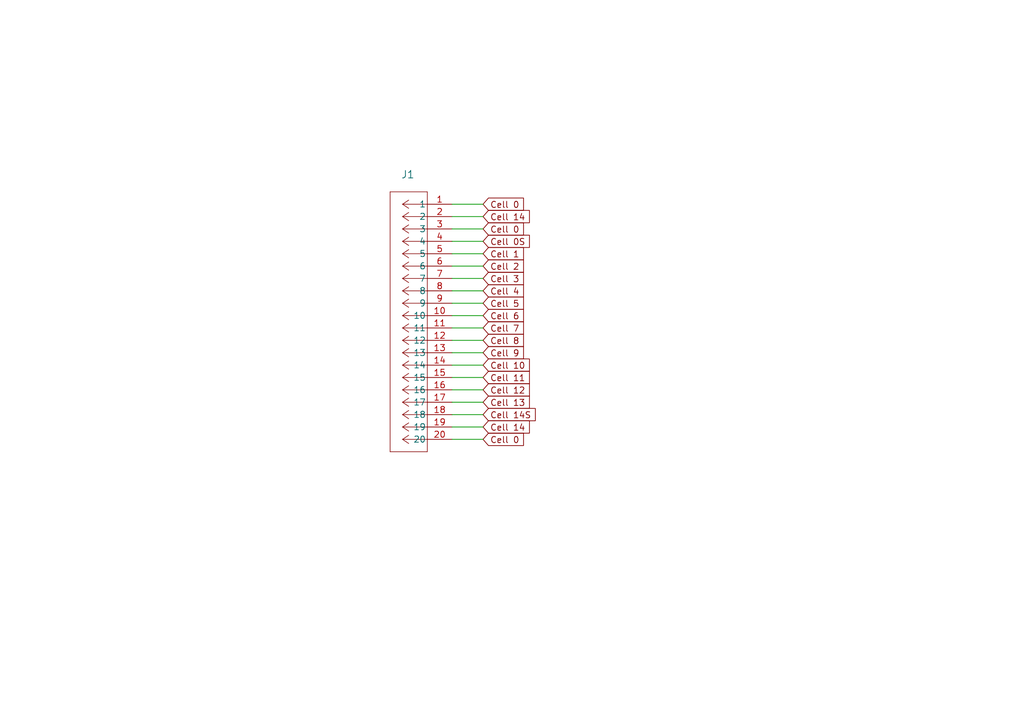
<source format=kicad_sch>
(kicad_sch
	(version 20231120)
	(generator "eeschema")
	(generator_version "8.0")
	(uuid "edaaaeb0-278d-478e-af1c-14f3f83a1019")
	(paper "A5")
	(lib_symbols
		(symbol "2024-10-07_23-48-39:705550019"
			(pin_names
				(offset 0.254)
			)
			(exclude_from_sim no)
			(in_bom yes)
			(on_board yes)
			(property "Reference" "J"
				(at 8.89 6.35 0)
				(effects
					(font
						(size 1.524 1.524)
					)
				)
			)
			(property "Value" "705550019"
				(at 0 0 0)
				(effects
					(font
						(size 1.524 1.524)
					)
				)
			)
			(property "Footprint" "CONN_705550019_MOL"
				(at 0 0 0)
				(effects
					(font
						(size 1.27 1.27)
						(italic yes)
					)
					(hide yes)
				)
			)
			(property "Datasheet" "705550019"
				(at 0 0 0)
				(effects
					(font
						(size 1.27 1.27)
						(italic yes)
					)
					(hide yes)
				)
			)
			(property "Description" ""
				(at 0 0 0)
				(effects
					(font
						(size 1.27 1.27)
					)
					(hide yes)
				)
			)
			(property "ki_locked" ""
				(at 0 0 0)
				(effects
					(font
						(size 1.27 1.27)
					)
				)
			)
			(property "ki_keywords" "705550019"
				(at 0 0 0)
				(effects
					(font
						(size 1.27 1.27)
					)
					(hide yes)
				)
			)
			(property "ki_fp_filters" "CONN_705550019_MOL"
				(at 0 0 0)
				(effects
					(font
						(size 1.27 1.27)
					)
					(hide yes)
				)
			)
			(symbol "705550019_1_1"
				(polyline
					(pts
						(xy 5.08 -50.8) (xy 12.7 -50.8)
					)
					(stroke
						(width 0.127)
						(type default)
					)
					(fill
						(type none)
					)
				)
				(polyline
					(pts
						(xy 5.08 2.54) (xy 5.08 -50.8)
					)
					(stroke
						(width 0.127)
						(type default)
					)
					(fill
						(type none)
					)
				)
				(polyline
					(pts
						(xy 10.16 -48.26) (xy 5.08 -48.26)
					)
					(stroke
						(width 0.127)
						(type default)
					)
					(fill
						(type none)
					)
				)
				(polyline
					(pts
						(xy 10.16 -48.26) (xy 8.89 -49.1067)
					)
					(stroke
						(width 0.127)
						(type default)
					)
					(fill
						(type none)
					)
				)
				(polyline
					(pts
						(xy 10.16 -48.26) (xy 8.89 -47.4133)
					)
					(stroke
						(width 0.127)
						(type default)
					)
					(fill
						(type none)
					)
				)
				(polyline
					(pts
						(xy 10.16 -45.72) (xy 5.08 -45.72)
					)
					(stroke
						(width 0.127)
						(type default)
					)
					(fill
						(type none)
					)
				)
				(polyline
					(pts
						(xy 10.16 -45.72) (xy 8.89 -46.5667)
					)
					(stroke
						(width 0.127)
						(type default)
					)
					(fill
						(type none)
					)
				)
				(polyline
					(pts
						(xy 10.16 -45.72) (xy 8.89 -44.8733)
					)
					(stroke
						(width 0.127)
						(type default)
					)
					(fill
						(type none)
					)
				)
				(polyline
					(pts
						(xy 10.16 -43.18) (xy 5.08 -43.18)
					)
					(stroke
						(width 0.127)
						(type default)
					)
					(fill
						(type none)
					)
				)
				(polyline
					(pts
						(xy 10.16 -43.18) (xy 8.89 -44.0267)
					)
					(stroke
						(width 0.127)
						(type default)
					)
					(fill
						(type none)
					)
				)
				(polyline
					(pts
						(xy 10.16 -43.18) (xy 8.89 -42.3333)
					)
					(stroke
						(width 0.127)
						(type default)
					)
					(fill
						(type none)
					)
				)
				(polyline
					(pts
						(xy 10.16 -40.64) (xy 5.08 -40.64)
					)
					(stroke
						(width 0.127)
						(type default)
					)
					(fill
						(type none)
					)
				)
				(polyline
					(pts
						(xy 10.16 -40.64) (xy 8.89 -41.4867)
					)
					(stroke
						(width 0.127)
						(type default)
					)
					(fill
						(type none)
					)
				)
				(polyline
					(pts
						(xy 10.16 -40.64) (xy 8.89 -39.7933)
					)
					(stroke
						(width 0.127)
						(type default)
					)
					(fill
						(type none)
					)
				)
				(polyline
					(pts
						(xy 10.16 -38.1) (xy 5.08 -38.1)
					)
					(stroke
						(width 0.127)
						(type default)
					)
					(fill
						(type none)
					)
				)
				(polyline
					(pts
						(xy 10.16 -38.1) (xy 8.89 -38.9467)
					)
					(stroke
						(width 0.127)
						(type default)
					)
					(fill
						(type none)
					)
				)
				(polyline
					(pts
						(xy 10.16 -38.1) (xy 8.89 -37.2533)
					)
					(stroke
						(width 0.127)
						(type default)
					)
					(fill
						(type none)
					)
				)
				(polyline
					(pts
						(xy 10.16 -35.56) (xy 5.08 -35.56)
					)
					(stroke
						(width 0.127)
						(type default)
					)
					(fill
						(type none)
					)
				)
				(polyline
					(pts
						(xy 10.16 -35.56) (xy 8.89 -36.4067)
					)
					(stroke
						(width 0.127)
						(type default)
					)
					(fill
						(type none)
					)
				)
				(polyline
					(pts
						(xy 10.16 -35.56) (xy 8.89 -34.7133)
					)
					(stroke
						(width 0.127)
						(type default)
					)
					(fill
						(type none)
					)
				)
				(polyline
					(pts
						(xy 10.16 -33.02) (xy 5.08 -33.02)
					)
					(stroke
						(width 0.127)
						(type default)
					)
					(fill
						(type none)
					)
				)
				(polyline
					(pts
						(xy 10.16 -33.02) (xy 8.89 -33.8667)
					)
					(stroke
						(width 0.127)
						(type default)
					)
					(fill
						(type none)
					)
				)
				(polyline
					(pts
						(xy 10.16 -33.02) (xy 8.89 -32.1733)
					)
					(stroke
						(width 0.127)
						(type default)
					)
					(fill
						(type none)
					)
				)
				(polyline
					(pts
						(xy 10.16 -30.48) (xy 5.08 -30.48)
					)
					(stroke
						(width 0.127)
						(type default)
					)
					(fill
						(type none)
					)
				)
				(polyline
					(pts
						(xy 10.16 -30.48) (xy 8.89 -31.3267)
					)
					(stroke
						(width 0.127)
						(type default)
					)
					(fill
						(type none)
					)
				)
				(polyline
					(pts
						(xy 10.16 -30.48) (xy 8.89 -29.6333)
					)
					(stroke
						(width 0.127)
						(type default)
					)
					(fill
						(type none)
					)
				)
				(polyline
					(pts
						(xy 10.16 -27.94) (xy 5.08 -27.94)
					)
					(stroke
						(width 0.127)
						(type default)
					)
					(fill
						(type none)
					)
				)
				(polyline
					(pts
						(xy 10.16 -27.94) (xy 8.89 -28.7867)
					)
					(stroke
						(width 0.127)
						(type default)
					)
					(fill
						(type none)
					)
				)
				(polyline
					(pts
						(xy 10.16 -27.94) (xy 8.89 -27.0933)
					)
					(stroke
						(width 0.127)
						(type default)
					)
					(fill
						(type none)
					)
				)
				(polyline
					(pts
						(xy 10.16 -25.4) (xy 5.08 -25.4)
					)
					(stroke
						(width 0.127)
						(type default)
					)
					(fill
						(type none)
					)
				)
				(polyline
					(pts
						(xy 10.16 -25.4) (xy 8.89 -26.2467)
					)
					(stroke
						(width 0.127)
						(type default)
					)
					(fill
						(type none)
					)
				)
				(polyline
					(pts
						(xy 10.16 -25.4) (xy 8.89 -24.5533)
					)
					(stroke
						(width 0.127)
						(type default)
					)
					(fill
						(type none)
					)
				)
				(polyline
					(pts
						(xy 10.16 -22.86) (xy 5.08 -22.86)
					)
					(stroke
						(width 0.127)
						(type default)
					)
					(fill
						(type none)
					)
				)
				(polyline
					(pts
						(xy 10.16 -22.86) (xy 8.89 -23.7067)
					)
					(stroke
						(width 0.127)
						(type default)
					)
					(fill
						(type none)
					)
				)
				(polyline
					(pts
						(xy 10.16 -22.86) (xy 8.89 -22.0133)
					)
					(stroke
						(width 0.127)
						(type default)
					)
					(fill
						(type none)
					)
				)
				(polyline
					(pts
						(xy 10.16 -20.32) (xy 5.08 -20.32)
					)
					(stroke
						(width 0.127)
						(type default)
					)
					(fill
						(type none)
					)
				)
				(polyline
					(pts
						(xy 10.16 -20.32) (xy 8.89 -21.1667)
					)
					(stroke
						(width 0.127)
						(type default)
					)
					(fill
						(type none)
					)
				)
				(polyline
					(pts
						(xy 10.16 -20.32) (xy 8.89 -19.4733)
					)
					(stroke
						(width 0.127)
						(type default)
					)
					(fill
						(type none)
					)
				)
				(polyline
					(pts
						(xy 10.16 -17.78) (xy 5.08 -17.78)
					)
					(stroke
						(width 0.127)
						(type default)
					)
					(fill
						(type none)
					)
				)
				(polyline
					(pts
						(xy 10.16 -17.78) (xy 8.89 -18.6267)
					)
					(stroke
						(width 0.127)
						(type default)
					)
					(fill
						(type none)
					)
				)
				(polyline
					(pts
						(xy 10.16 -17.78) (xy 8.89 -16.9333)
					)
					(stroke
						(width 0.127)
						(type default)
					)
					(fill
						(type none)
					)
				)
				(polyline
					(pts
						(xy 10.16 -15.24) (xy 5.08 -15.24)
					)
					(stroke
						(width 0.127)
						(type default)
					)
					(fill
						(type none)
					)
				)
				(polyline
					(pts
						(xy 10.16 -15.24) (xy 8.89 -16.0867)
					)
					(stroke
						(width 0.127)
						(type default)
					)
					(fill
						(type none)
					)
				)
				(polyline
					(pts
						(xy 10.16 -15.24) (xy 8.89 -14.3933)
					)
					(stroke
						(width 0.127)
						(type default)
					)
					(fill
						(type none)
					)
				)
				(polyline
					(pts
						(xy 10.16 -12.7) (xy 5.08 -12.7)
					)
					(stroke
						(width 0.127)
						(type default)
					)
					(fill
						(type none)
					)
				)
				(polyline
					(pts
						(xy 10.16 -12.7) (xy 8.89 -13.5467)
					)
					(stroke
						(width 0.127)
						(type default)
					)
					(fill
						(type none)
					)
				)
				(polyline
					(pts
						(xy 10.16 -12.7) (xy 8.89 -11.8533)
					)
					(stroke
						(width 0.127)
						(type default)
					)
					(fill
						(type none)
					)
				)
				(polyline
					(pts
						(xy 10.16 -10.16) (xy 5.08 -10.16)
					)
					(stroke
						(width 0.127)
						(type default)
					)
					(fill
						(type none)
					)
				)
				(polyline
					(pts
						(xy 10.16 -10.16) (xy 8.89 -11.0067)
					)
					(stroke
						(width 0.127)
						(type default)
					)
					(fill
						(type none)
					)
				)
				(polyline
					(pts
						(xy 10.16 -10.16) (xy 8.89 -9.3133)
					)
					(stroke
						(width 0.127)
						(type default)
					)
					(fill
						(type none)
					)
				)
				(polyline
					(pts
						(xy 10.16 -7.62) (xy 5.08 -7.62)
					)
					(stroke
						(width 0.127)
						(type default)
					)
					(fill
						(type none)
					)
				)
				(polyline
					(pts
						(xy 10.16 -7.62) (xy 8.89 -8.4667)
					)
					(stroke
						(width 0.127)
						(type default)
					)
					(fill
						(type none)
					)
				)
				(polyline
					(pts
						(xy 10.16 -7.62) (xy 8.89 -6.7733)
					)
					(stroke
						(width 0.127)
						(type default)
					)
					(fill
						(type none)
					)
				)
				(polyline
					(pts
						(xy 10.16 -5.08) (xy 5.08 -5.08)
					)
					(stroke
						(width 0.127)
						(type default)
					)
					(fill
						(type none)
					)
				)
				(polyline
					(pts
						(xy 10.16 -5.08) (xy 8.89 -5.9267)
					)
					(stroke
						(width 0.127)
						(type default)
					)
					(fill
						(type none)
					)
				)
				(polyline
					(pts
						(xy 10.16 -5.08) (xy 8.89 -4.2333)
					)
					(stroke
						(width 0.127)
						(type default)
					)
					(fill
						(type none)
					)
				)
				(polyline
					(pts
						(xy 10.16 -2.54) (xy 5.08 -2.54)
					)
					(stroke
						(width 0.127)
						(type default)
					)
					(fill
						(type none)
					)
				)
				(polyline
					(pts
						(xy 10.16 -2.54) (xy 8.89 -3.3867)
					)
					(stroke
						(width 0.127)
						(type default)
					)
					(fill
						(type none)
					)
				)
				(polyline
					(pts
						(xy 10.16 -2.54) (xy 8.89 -1.6933)
					)
					(stroke
						(width 0.127)
						(type default)
					)
					(fill
						(type none)
					)
				)
				(polyline
					(pts
						(xy 10.16 0) (xy 5.08 0)
					)
					(stroke
						(width 0.127)
						(type default)
					)
					(fill
						(type none)
					)
				)
				(polyline
					(pts
						(xy 10.16 0) (xy 8.89 -0.8467)
					)
					(stroke
						(width 0.127)
						(type default)
					)
					(fill
						(type none)
					)
				)
				(polyline
					(pts
						(xy 10.16 0) (xy 8.89 0.8467)
					)
					(stroke
						(width 0.127)
						(type default)
					)
					(fill
						(type none)
					)
				)
				(polyline
					(pts
						(xy 12.7 -50.8) (xy 12.7 2.54)
					)
					(stroke
						(width 0.127)
						(type default)
					)
					(fill
						(type none)
					)
				)
				(polyline
					(pts
						(xy 12.7 2.54) (xy 5.08 2.54)
					)
					(stroke
						(width 0.127)
						(type default)
					)
					(fill
						(type none)
					)
				)
				(pin unspecified line
					(at 0 0 0)
					(length 5.08)
					(name "1"
						(effects
							(font
								(size 1.27 1.27)
							)
						)
					)
					(number "1"
						(effects
							(font
								(size 1.27 1.27)
							)
						)
					)
				)
				(pin unspecified line
					(at 0 -22.86 0)
					(length 5.08)
					(name "10"
						(effects
							(font
								(size 1.27 1.27)
							)
						)
					)
					(number "10"
						(effects
							(font
								(size 1.27 1.27)
							)
						)
					)
				)
				(pin unspecified line
					(at 0 -25.4 0)
					(length 5.08)
					(name "11"
						(effects
							(font
								(size 1.27 1.27)
							)
						)
					)
					(number "11"
						(effects
							(font
								(size 1.27 1.27)
							)
						)
					)
				)
				(pin unspecified line
					(at 0 -27.94 0)
					(length 5.08)
					(name "12"
						(effects
							(font
								(size 1.27 1.27)
							)
						)
					)
					(number "12"
						(effects
							(font
								(size 1.27 1.27)
							)
						)
					)
				)
				(pin unspecified line
					(at 0 -30.48 0)
					(length 5.08)
					(name "13"
						(effects
							(font
								(size 1.27 1.27)
							)
						)
					)
					(number "13"
						(effects
							(font
								(size 1.27 1.27)
							)
						)
					)
				)
				(pin unspecified line
					(at 0 -33.02 0)
					(length 5.08)
					(name "14"
						(effects
							(font
								(size 1.27 1.27)
							)
						)
					)
					(number "14"
						(effects
							(font
								(size 1.27 1.27)
							)
						)
					)
				)
				(pin unspecified line
					(at 0 -35.56 0)
					(length 5.08)
					(name "15"
						(effects
							(font
								(size 1.27 1.27)
							)
						)
					)
					(number "15"
						(effects
							(font
								(size 1.27 1.27)
							)
						)
					)
				)
				(pin unspecified line
					(at 0 -38.1 0)
					(length 5.08)
					(name "16"
						(effects
							(font
								(size 1.27 1.27)
							)
						)
					)
					(number "16"
						(effects
							(font
								(size 1.27 1.27)
							)
						)
					)
				)
				(pin unspecified line
					(at 0 -40.64 0)
					(length 5.08)
					(name "17"
						(effects
							(font
								(size 1.27 1.27)
							)
						)
					)
					(number "17"
						(effects
							(font
								(size 1.27 1.27)
							)
						)
					)
				)
				(pin unspecified line
					(at 0 -43.18 0)
					(length 5.08)
					(name "18"
						(effects
							(font
								(size 1.27 1.27)
							)
						)
					)
					(number "18"
						(effects
							(font
								(size 1.27 1.27)
							)
						)
					)
				)
				(pin unspecified line
					(at 0 -45.72 0)
					(length 5.08)
					(name "19"
						(effects
							(font
								(size 1.27 1.27)
							)
						)
					)
					(number "19"
						(effects
							(font
								(size 1.27 1.27)
							)
						)
					)
				)
				(pin unspecified line
					(at 0 -2.54 0)
					(length 5.08)
					(name "2"
						(effects
							(font
								(size 1.27 1.27)
							)
						)
					)
					(number "2"
						(effects
							(font
								(size 1.27 1.27)
							)
						)
					)
				)
				(pin unspecified line
					(at 0 -48.26 0)
					(length 5.08)
					(name "20"
						(effects
							(font
								(size 1.27 1.27)
							)
						)
					)
					(number "20"
						(effects
							(font
								(size 1.27 1.27)
							)
						)
					)
				)
				(pin unspecified line
					(at 0 -5.08 0)
					(length 5.08)
					(name "3"
						(effects
							(font
								(size 1.27 1.27)
							)
						)
					)
					(number "3"
						(effects
							(font
								(size 1.27 1.27)
							)
						)
					)
				)
				(pin unspecified line
					(at 0 -7.62 0)
					(length 5.08)
					(name "4"
						(effects
							(font
								(size 1.27 1.27)
							)
						)
					)
					(number "4"
						(effects
							(font
								(size 1.27 1.27)
							)
						)
					)
				)
				(pin unspecified line
					(at 0 -10.16 0)
					(length 5.08)
					(name "5"
						(effects
							(font
								(size 1.27 1.27)
							)
						)
					)
					(number "5"
						(effects
							(font
								(size 1.27 1.27)
							)
						)
					)
				)
				(pin unspecified line
					(at 0 -12.7 0)
					(length 5.08)
					(name "6"
						(effects
							(font
								(size 1.27 1.27)
							)
						)
					)
					(number "6"
						(effects
							(font
								(size 1.27 1.27)
							)
						)
					)
				)
				(pin unspecified line
					(at 0 -15.24 0)
					(length 5.08)
					(name "7"
						(effects
							(font
								(size 1.27 1.27)
							)
						)
					)
					(number "7"
						(effects
							(font
								(size 1.27 1.27)
							)
						)
					)
				)
				(pin unspecified line
					(at 0 -17.78 0)
					(length 5.08)
					(name "8"
						(effects
							(font
								(size 1.27 1.27)
							)
						)
					)
					(number "8"
						(effects
							(font
								(size 1.27 1.27)
							)
						)
					)
				)
				(pin unspecified line
					(at 0 -20.32 0)
					(length 5.08)
					(name "9"
						(effects
							(font
								(size 1.27 1.27)
							)
						)
					)
					(number "9"
						(effects
							(font
								(size 1.27 1.27)
							)
						)
					)
				)
			)
			(symbol "705550019_1_2"
				(polyline
					(pts
						(xy 5.08 -50.8) (xy 12.7 -50.8)
					)
					(stroke
						(width 0.127)
						(type default)
					)
					(fill
						(type none)
					)
				)
				(polyline
					(pts
						(xy 5.08 2.54) (xy 5.08 -50.8)
					)
					(stroke
						(width 0.127)
						(type default)
					)
					(fill
						(type none)
					)
				)
				(polyline
					(pts
						(xy 7.62 -48.26) (xy 5.08 -48.26)
					)
					(stroke
						(width 0.127)
						(type default)
					)
					(fill
						(type none)
					)
				)
				(polyline
					(pts
						(xy 7.62 -48.26) (xy 8.89 -49.1067)
					)
					(stroke
						(width 0.127)
						(type default)
					)
					(fill
						(type none)
					)
				)
				(polyline
					(pts
						(xy 7.62 -48.26) (xy 8.89 -47.4133)
					)
					(stroke
						(width 0.127)
						(type default)
					)
					(fill
						(type none)
					)
				)
				(polyline
					(pts
						(xy 7.62 -45.72) (xy 5.08 -45.72)
					)
					(stroke
						(width 0.127)
						(type default)
					)
					(fill
						(type none)
					)
				)
				(polyline
					(pts
						(xy 7.62 -45.72) (xy 8.89 -46.5667)
					)
					(stroke
						(width 0.127)
						(type default)
					)
					(fill
						(type none)
					)
				)
				(polyline
					(pts
						(xy 7.62 -45.72) (xy 8.89 -44.8733)
					)
					(stroke
						(width 0.127)
						(type default)
					)
					(fill
						(type none)
					)
				)
				(polyline
					(pts
						(xy 7.62 -43.18) (xy 5.08 -43.18)
					)
					(stroke
						(width 0.127)
						(type default)
					)
					(fill
						(type none)
					)
				)
				(polyline
					(pts
						(xy 7.62 -43.18) (xy 8.89 -44.0267)
					)
					(stroke
						(width 0.127)
						(type default)
					)
					(fill
						(type none)
					)
				)
				(polyline
					(pts
						(xy 7.62 -43.18) (xy 8.89 -42.3333)
					)
					(stroke
						(width 0.127)
						(type default)
					)
					(fill
						(type none)
					)
				)
				(polyline
					(pts
						(xy 7.62 -40.64) (xy 5.08 -40.64)
					)
					(stroke
						(width 0.127)
						(type default)
					)
					(fill
						(type none)
					)
				)
				(polyline
					(pts
						(xy 7.62 -40.64) (xy 8.89 -41.4867)
					)
					(stroke
						(width 0.127)
						(type default)
					)
					(fill
						(type none)
					)
				)
				(polyline
					(pts
						(xy 7.62 -40.64) (xy 8.89 -39.7933)
					)
					(stroke
						(width 0.127)
						(type default)
					)
					(fill
						(type none)
					)
				)
				(polyline
					(pts
						(xy 7.62 -38.1) (xy 5.08 -38.1)
					)
					(stroke
						(width 0.127)
						(type default)
					)
					(fill
						(type none)
					)
				)
				(polyline
					(pts
						(xy 7.62 -38.1) (xy 8.89 -38.9467)
					)
					(stroke
						(width 0.127)
						(type default)
					)
					(fill
						(type none)
					)
				)
				(polyline
					(pts
						(xy 7.62 -38.1) (xy 8.89 -37.2533)
					)
					(stroke
						(width 0.127)
						(type default)
					)
					(fill
						(type none)
					)
				)
				(polyline
					(pts
						(xy 7.62 -35.56) (xy 5.08 -35.56)
					)
					(stroke
						(width 0.127)
						(type default)
					)
					(fill
						(type none)
					)
				)
				(polyline
					(pts
						(xy 7.62 -35.56) (xy 8.89 -36.4067)
					)
					(stroke
						(width 0.127)
						(type default)
					)
					(fill
						(type none)
					)
				)
				(polyline
					(pts
						(xy 7.62 -35.56) (xy 8.89 -34.7133)
					)
					(stroke
						(width 0.127)
						(type default)
					)
					(fill
						(type none)
					)
				)
				(polyline
					(pts
						(xy 7.62 -33.02) (xy 5.08 -33.02)
					)
					(stroke
						(width 0.127)
						(type default)
					)
					(fill
						(type none)
					)
				)
				(polyline
					(pts
						(xy 7.62 -33.02) (xy 8.89 -33.8667)
					)
					(stroke
						(width 0.127)
						(type default)
					)
					(fill
						(type none)
					)
				)
				(polyline
					(pts
						(xy 7.62 -33.02) (xy 8.89 -32.1733)
					)
					(stroke
						(width 0.127)
						(type default)
					)
					(fill
						(type none)
					)
				)
				(polyline
					(pts
						(xy 7.62 -30.48) (xy 5.08 -30.48)
					)
					(stroke
						(width 0.127)
						(type default)
					)
					(fill
						(type none)
					)
				)
				(polyline
					(pts
						(xy 7.62 -30.48) (xy 8.89 -31.3267)
					)
					(stroke
						(width 0.127)
						(type default)
					)
					(fill
						(type none)
					)
				)
				(polyline
					(pts
						(xy 7.62 -30.48) (xy 8.89 -29.6333)
					)
					(stroke
						(width 0.127)
						(type default)
					)
					(fill
						(type none)
					)
				)
				(polyline
					(pts
						(xy 7.62 -27.94) (xy 5.08 -27.94)
					)
					(stroke
						(width 0.127)
						(type default)
					)
					(fill
						(type none)
					)
				)
				(polyline
					(pts
						(xy 7.62 -27.94) (xy 8.89 -28.7867)
					)
					(stroke
						(width 0.127)
						(type default)
					)
					(fill
						(type none)
					)
				)
				(polyline
					(pts
						(xy 7.62 -27.94) (xy 8.89 -27.0933)
					)
					(stroke
						(width 0.127)
						(type default)
					)
					(fill
						(type none)
					)
				)
				(polyline
					(pts
						(xy 7.62 -25.4) (xy 5.08 -25.4)
					)
					(stroke
						(width 0.127)
						(type default)
					)
					(fill
						(type none)
					)
				)
				(polyline
					(pts
						(xy 7.62 -25.4) (xy 8.89 -26.2467)
					)
					(stroke
						(width 0.127)
						(type default)
					)
					(fill
						(type none)
					)
				)
				(polyline
					(pts
						(xy 7.62 -25.4) (xy 8.89 -24.5533)
					)
					(stroke
						(width 0.127)
						(type default)
					)
					(fill
						(type none)
					)
				)
				(polyline
					(pts
						(xy 7.62 -22.86) (xy 5.08 -22.86)
					)
					(stroke
						(width 0.127)
						(type default)
					)
					(fill
						(type none)
					)
				)
				(polyline
					(pts
						(xy 7.62 -22.86) (xy 8.89 -23.7067)
					)
					(stroke
						(width 0.127)
						(type default)
					)
					(fill
						(type none)
					)
				)
				(polyline
					(pts
						(xy 7.62 -22.86) (xy 8.89 -22.0133)
					)
					(stroke
						(width 0.127)
						(type default)
					)
					(fill
						(type none)
					)
				)
				(polyline
					(pts
						(xy 7.62 -20.32) (xy 5.08 -20.32)
					)
					(stroke
						(width 0.127)
						(type default)
					)
					(fill
						(type none)
					)
				)
				(polyline
					(pts
						(xy 7.62 -20.32) (xy 8.89 -21.1667)
					)
					(stroke
						(width 0.127)
						(type default)
					)
					(fill
						(type none)
					)
				)
				(polyline
					(pts
						(xy 7.62 -20.32) (xy 8.89 -19.4733)
					)
					(stroke
						(width 0.127)
						(type default)
					)
					(fill
						(type none)
					)
				)
				(polyline
					(pts
						(xy 7.62 -17.78) (xy 5.08 -17.78)
					)
					(stroke
						(width 0.127)
						(type default)
					)
					(fill
						(type none)
					)
				)
				(polyline
					(pts
						(xy 7.62 -17.78) (xy 8.89 -18.6267)
					)
					(stroke
						(width 0.127)
						(type default)
					)
					(fill
						(type none)
					)
				)
				(polyline
					(pts
						(xy 7.62 -17.78) (xy 8.89 -16.9333)
					)
					(stroke
						(width 0.127)
						(type default)
					)
					(fill
						(type none)
					)
				)
				(polyline
					(pts
						(xy 7.62 -15.24) (xy 5.08 -15.24)
					)
					(stroke
						(width 0.127)
						(type default)
					)
					(fill
						(type none)
					)
				)
				(polyline
					(pts
						(xy 7.62 -15.24) (xy 8.89 -16.0867)
					)
					(stroke
						(width 0.127)
						(type default)
					)
					(fill
						(type none)
					)
				)
				(polyline
					(pts
						(xy 7.62 -15.24) (xy 8.89 -14.3933)
					)
					(stroke
						(width 0.127)
						(type default)
					)
					(fill
						(type none)
					)
				)
				(polyline
					(pts
						(xy 7.62 -12.7) (xy 5.08 -12.7)
					)
					(stroke
						(width 0.127)
						(type default)
					)
					(fill
						(type none)
					)
				)
				(polyline
					(pts
						(xy 7.62 -12.7) (xy 8.89 -13.5467)
					)
					(stroke
						(width 0.127)
						(type default)
					)
					(fill
						(type none)
					)
				)
				(polyline
					(pts
						(xy 7.62 -12.7) (xy 8.89 -11.8533)
					)
					(stroke
						(width 0.127)
						(type default)
					)
					(fill
						(type none)
					)
				)
				(polyline
					(pts
						(xy 7.62 -10.16) (xy 5.08 -10.16)
					)
					(stroke
						(width 0.127)
						(type default)
					)
					(fill
						(type none)
					)
				)
				(polyline
					(pts
						(xy 7.62 -10.16) (xy 8.89 -11.0067)
					)
					(stroke
						(width 0.127)
						(type default)
					)
					(fill
						(type none)
					)
				)
				(polyline
					(pts
						(xy 7.62 -10.16) (xy 8.89 -9.3133)
					)
					(stroke
						(width 0.127)
						(type default)
					)
					(fill
						(type none)
					)
				)
				(polyline
					(pts
						(xy 7.62 -7.62) (xy 5.08 -7.62)
					)
					(stroke
						(width 0.127)
						(type default)
					)
					(fill
						(type none)
					)
				)
				(polyline
					(pts
						(xy 7.62 -7.62) (xy 8.89 -8.4667)
					)
					(stroke
						(width 0.127)
						(type default)
					)
					(fill
						(type none)
					)
				)
				(polyline
					(pts
						(xy 7.62 -7.62) (xy 8.89 -6.7733)
					)
					(stroke
						(width 0.127)
						(type default)
					)
					(fill
						(type none)
					)
				)
				(polyline
					(pts
						(xy 7.62 -5.08) (xy 5.08 -5.08)
					)
					(stroke
						(width 0.127)
						(type default)
					)
					(fill
						(type none)
					)
				)
				(polyline
					(pts
						(xy 7.62 -5.08) (xy 8.89 -5.9267)
					)
					(stroke
						(width 0.127)
						(type default)
					)
					(fill
						(type none)
					)
				)
				(polyline
					(pts
						(xy 7.62 -5.08) (xy 8.89 -4.2333)
					)
					(stroke
						(width 0.127)
						(type default)
					)
					(fill
						(type none)
					)
				)
				(polyline
					(pts
						(xy 7.62 -2.54) (xy 5.08 -2.54)
					)
					(stroke
						(width 0.127)
						(type default)
					)
					(fill
						(type none)
					)
				)
				(polyline
					(pts
						(xy 7.62 -2.54) (xy 8.89 -3.3867)
					)
					(stroke
						(width 0.127)
						(type default)
					)
					(fill
						(type none)
					)
				)
				(polyline
					(pts
						(xy 7.62 -2.54) (xy 8.89 -1.6933)
					)
					(stroke
						(width 0.127)
						(type default)
					)
					(fill
						(type none)
					)
				)
				(polyline
					(pts
						(xy 7.62 0) (xy 5.08 0)
					)
					(stroke
						(width 0.127)
						(type default)
					)
					(fill
						(type none)
					)
				)
				(polyline
					(pts
						(xy 7.62 0) (xy 8.89 -0.8467)
					)
					(stroke
						(width 0.127)
						(type default)
					)
					(fill
						(type none)
					)
				)
				(polyline
					(pts
						(xy 7.62 0) (xy 8.89 0.8467)
					)
					(stroke
						(width 0.127)
						(type default)
					)
					(fill
						(type none)
					)
				)
				(polyline
					(pts
						(xy 12.7 -50.8) (xy 12.7 2.54)
					)
					(stroke
						(width 0.127)
						(type default)
					)
					(fill
						(type none)
					)
				)
				(polyline
					(pts
						(xy 12.7 2.54) (xy 5.08 2.54)
					)
					(stroke
						(width 0.127)
						(type default)
					)
					(fill
						(type none)
					)
				)
				(pin unspecified line
					(at 0 0 0)
					(length 5.08)
					(name "1"
						(effects
							(font
								(size 1.27 1.27)
							)
						)
					)
					(number "1"
						(effects
							(font
								(size 1.27 1.27)
							)
						)
					)
				)
				(pin unspecified line
					(at 0 -22.86 0)
					(length 5.08)
					(name "10"
						(effects
							(font
								(size 1.27 1.27)
							)
						)
					)
					(number "10"
						(effects
							(font
								(size 1.27 1.27)
							)
						)
					)
				)
				(pin unspecified line
					(at 0 -25.4 0)
					(length 5.08)
					(name "11"
						(effects
							(font
								(size 1.27 1.27)
							)
						)
					)
					(number "11"
						(effects
							(font
								(size 1.27 1.27)
							)
						)
					)
				)
				(pin unspecified line
					(at 0 -27.94 0)
					(length 5.08)
					(name "12"
						(effects
							(font
								(size 1.27 1.27)
							)
						)
					)
					(number "12"
						(effects
							(font
								(size 1.27 1.27)
							)
						)
					)
				)
				(pin unspecified line
					(at 0 -30.48 0)
					(length 5.08)
					(name "13"
						(effects
							(font
								(size 1.27 1.27)
							)
						)
					)
					(number "13"
						(effects
							(font
								(size 1.27 1.27)
							)
						)
					)
				)
				(pin unspecified line
					(at 0 -33.02 0)
					(length 5.08)
					(name "14"
						(effects
							(font
								(size 1.27 1.27)
							)
						)
					)
					(number "14"
						(effects
							(font
								(size 1.27 1.27)
							)
						)
					)
				)
				(pin unspecified line
					(at 0 -35.56 0)
					(length 5.08)
					(name "15"
						(effects
							(font
								(size 1.27 1.27)
							)
						)
					)
					(number "15"
						(effects
							(font
								(size 1.27 1.27)
							)
						)
					)
				)
				(pin unspecified line
					(at 0 -38.1 0)
					(length 5.08)
					(name "16"
						(effects
							(font
								(size 1.27 1.27)
							)
						)
					)
					(number "16"
						(effects
							(font
								(size 1.27 1.27)
							)
						)
					)
				)
				(pin unspecified line
					(at 0 -40.64 0)
					(length 5.08)
					(name "17"
						(effects
							(font
								(size 1.27 1.27)
							)
						)
					)
					(number "17"
						(effects
							(font
								(size 1.27 1.27)
							)
						)
					)
				)
				(pin unspecified line
					(at 0 -43.18 0)
					(length 5.08)
					(name "18"
						(effects
							(font
								(size 1.27 1.27)
							)
						)
					)
					(number "18"
						(effects
							(font
								(size 1.27 1.27)
							)
						)
					)
				)
				(pin unspecified line
					(at 0 -45.72 0)
					(length 5.08)
					(name "19"
						(effects
							(font
								(size 1.27 1.27)
							)
						)
					)
					(number "19"
						(effects
							(font
								(size 1.27 1.27)
							)
						)
					)
				)
				(pin unspecified line
					(at 0 -2.54 0)
					(length 5.08)
					(name "2"
						(effects
							(font
								(size 1.27 1.27)
							)
						)
					)
					(number "2"
						(effects
							(font
								(size 1.27 1.27)
							)
						)
					)
				)
				(pin unspecified line
					(at 0 -48.26 0)
					(length 5.08)
					(name "20"
						(effects
							(font
								(size 1.27 1.27)
							)
						)
					)
					(number "20"
						(effects
							(font
								(size 1.27 1.27)
							)
						)
					)
				)
				(pin unspecified line
					(at 0 -5.08 0)
					(length 5.08)
					(name "3"
						(effects
							(font
								(size 1.27 1.27)
							)
						)
					)
					(number "3"
						(effects
							(font
								(size 1.27 1.27)
							)
						)
					)
				)
				(pin unspecified line
					(at 0 -7.62 0)
					(length 5.08)
					(name "4"
						(effects
							(font
								(size 1.27 1.27)
							)
						)
					)
					(number "4"
						(effects
							(font
								(size 1.27 1.27)
							)
						)
					)
				)
				(pin unspecified line
					(at 0 -10.16 0)
					(length 5.08)
					(name "5"
						(effects
							(font
								(size 1.27 1.27)
							)
						)
					)
					(number "5"
						(effects
							(font
								(size 1.27 1.27)
							)
						)
					)
				)
				(pin unspecified line
					(at 0 -12.7 0)
					(length 5.08)
					(name "6"
						(effects
							(font
								(size 1.27 1.27)
							)
						)
					)
					(number "6"
						(effects
							(font
								(size 1.27 1.27)
							)
						)
					)
				)
				(pin unspecified line
					(at 0 -15.24 0)
					(length 5.08)
					(name "7"
						(effects
							(font
								(size 1.27 1.27)
							)
						)
					)
					(number "7"
						(effects
							(font
								(size 1.27 1.27)
							)
						)
					)
				)
				(pin unspecified line
					(at 0 -17.78 0)
					(length 5.08)
					(name "8"
						(effects
							(font
								(size 1.27 1.27)
							)
						)
					)
					(number "8"
						(effects
							(font
								(size 1.27 1.27)
							)
						)
					)
				)
				(pin unspecified line
					(at 0 -20.32 0)
					(length 5.08)
					(name "9"
						(effects
							(font
								(size 1.27 1.27)
							)
						)
					)
					(number "9"
						(effects
							(font
								(size 1.27 1.27)
							)
						)
					)
				)
			)
		)
	)
	(wire
		(pts
			(xy 92.71 80.01) (xy 99.06 80.01)
		)
		(stroke
			(width 0)
			(type default)
		)
		(uuid "16b4e9e4-80fd-470a-874d-8c629e817fb6")
	)
	(wire
		(pts
			(xy 92.71 82.55) (xy 99.06 82.55)
		)
		(stroke
			(width 0)
			(type default)
		)
		(uuid "223a5e50-a3ef-4c4c-abfa-a77e112f4a65")
	)
	(wire
		(pts
			(xy 92.71 62.23) (xy 99.06 62.23)
		)
		(stroke
			(width 0)
			(type default)
		)
		(uuid "29f1586c-f875-449f-acec-d47ea61d1210")
	)
	(wire
		(pts
			(xy 92.71 85.09) (xy 99.06 85.09)
		)
		(stroke
			(width 0)
			(type default)
		)
		(uuid "2acc0b4e-5cb2-4602-89b3-2d52ca570ee9")
	)
	(wire
		(pts
			(xy 92.71 41.91) (xy 99.06 41.91)
		)
		(stroke
			(width 0)
			(type default)
		)
		(uuid "2d2363f7-2055-49f6-b5fe-5115a68d01f3")
	)
	(wire
		(pts
			(xy 92.71 54.61) (xy 99.06 54.61)
		)
		(stroke
			(width 0)
			(type default)
		)
		(uuid "362fb391-2349-4d34-aff1-35d58e882b31")
	)
	(wire
		(pts
			(xy 92.71 87.63) (xy 99.06 87.63)
		)
		(stroke
			(width 0)
			(type default)
		)
		(uuid "46811517-f2be-4e20-a179-205b36f96fed")
	)
	(wire
		(pts
			(xy 92.71 57.15) (xy 99.06 57.15)
		)
		(stroke
			(width 0)
			(type default)
		)
		(uuid "58f0e2d1-d2cf-4e57-acc1-90b5e3a19254")
	)
	(wire
		(pts
			(xy 92.71 46.99) (xy 99.06 46.99)
		)
		(stroke
			(width 0)
			(type default)
		)
		(uuid "67db47dc-22ad-4151-810c-e88bd614f8cc")
	)
	(wire
		(pts
			(xy 92.71 52.07) (xy 99.06 52.07)
		)
		(stroke
			(width 0)
			(type default)
		)
		(uuid "821cc5f8-4ea3-498f-b8ae-a03a3f86a016")
	)
	(wire
		(pts
			(xy 92.71 74.93) (xy 99.06 74.93)
		)
		(stroke
			(width 0)
			(type default)
		)
		(uuid "96573c51-75c0-4bd5-8ab5-9a47b450429a")
	)
	(wire
		(pts
			(xy 92.71 64.77) (xy 99.06 64.77)
		)
		(stroke
			(width 0)
			(type default)
		)
		(uuid "a3abb4b6-c099-40d9-81e7-385958609434")
	)
	(wire
		(pts
			(xy 92.71 67.31) (xy 99.06 67.31)
		)
		(stroke
			(width 0)
			(type default)
		)
		(uuid "a8cc3f30-f709-41bf-92e6-0df1b4af1e76")
	)
	(wire
		(pts
			(xy 92.71 44.45) (xy 99.06 44.45)
		)
		(stroke
			(width 0)
			(type default)
		)
		(uuid "ca43f95f-60df-40dd-b18f-a9c847e25809")
	)
	(wire
		(pts
			(xy 92.71 49.53) (xy 99.06 49.53)
		)
		(stroke
			(width 0)
			(type default)
		)
		(uuid "d09bcb49-036a-4b1e-9d2e-e6f4c94e4446")
	)
	(wire
		(pts
			(xy 92.71 77.47) (xy 99.06 77.47)
		)
		(stroke
			(width 0)
			(type default)
		)
		(uuid "df8d5971-719c-4b25-8c7f-76ca9dcb4130")
	)
	(wire
		(pts
			(xy 92.71 72.39) (xy 99.06 72.39)
		)
		(stroke
			(width 0)
			(type default)
		)
		(uuid "e053c328-8dc7-40bc-be0e-068a4a5e4a0b")
	)
	(wire
		(pts
			(xy 92.71 90.17) (xy 99.06 90.17)
		)
		(stroke
			(width 0)
			(type default)
		)
		(uuid "e3348a2f-6559-4724-8ae9-fb19514f7dee")
	)
	(wire
		(pts
			(xy 92.71 69.85) (xy 99.06 69.85)
		)
		(stroke
			(width 0)
			(type default)
		)
		(uuid "f350a287-6092-4aab-9c5b-039a10320639")
	)
	(wire
		(pts
			(xy 92.71 59.69) (xy 99.06 59.69)
		)
		(stroke
			(width 0)
			(type default)
		)
		(uuid "fcc3f1cc-f4ee-4717-8e79-3df027d982f0")
	)
	(global_label "Cell 8"
		(shape input)
		(at 99.06 69.85 0)
		(fields_autoplaced yes)
		(effects
			(font
				(size 1.27 1.27)
			)
			(justify left)
		)
		(uuid "0335d8de-3c7c-4002-a4e3-2e3eac3cf4c6")
		(property "Intersheetrefs" "${INTERSHEET_REFS}"
			(at 107.9113 69.85 0)
			(effects
				(font
					(size 1.27 1.27)
				)
				(justify left)
				(hide yes)
			)
		)
	)
	(global_label "Cell 0"
		(shape input)
		(at 99.06 46.99 0)
		(fields_autoplaced yes)
		(effects
			(font
				(size 1.27 1.27)
			)
			(justify left)
		)
		(uuid "0814feb6-4f6b-473f-8e84-9a4e70150922")
		(property "Intersheetrefs" "${INTERSHEET_REFS}"
			(at 107.9113 46.99 0)
			(effects
				(font
					(size 1.27 1.27)
				)
				(justify left)
				(hide yes)
			)
		)
	)
	(global_label "Cell 14"
		(shape input)
		(at 99.06 87.63 0)
		(fields_autoplaced yes)
		(effects
			(font
				(size 1.27 1.27)
			)
			(justify left)
		)
		(uuid "09a983f9-43cb-49c7-bc75-783cf9380bb9")
		(property "Intersheetrefs" "${INTERSHEET_REFS}"
			(at 109.1208 87.63 0)
			(effects
				(font
					(size 1.27 1.27)
				)
				(justify left)
				(hide yes)
			)
		)
	)
	(global_label "Cell 4"
		(shape input)
		(at 99.06 59.69 0)
		(fields_autoplaced yes)
		(effects
			(font
				(size 1.27 1.27)
			)
			(justify left)
		)
		(uuid "2b107f21-d17f-43a9-8801-0833f20b3cc4")
		(property "Intersheetrefs" "${INTERSHEET_REFS}"
			(at 107.9113 59.69 0)
			(effects
				(font
					(size 1.27 1.27)
				)
				(justify left)
				(hide yes)
			)
		)
	)
	(global_label "Cell 9"
		(shape input)
		(at 99.06 72.39 0)
		(fields_autoplaced yes)
		(effects
			(font
				(size 1.27 1.27)
			)
			(justify left)
		)
		(uuid "31dbe18b-e17a-4ee9-a66d-de92a48022bd")
		(property "Intersheetrefs" "${INTERSHEET_REFS}"
			(at 107.9113 72.39 0)
			(effects
				(font
					(size 1.27 1.27)
				)
				(justify left)
				(hide yes)
			)
		)
	)
	(global_label "Cell 0"
		(shape input)
		(at 99.06 41.91 0)
		(fields_autoplaced yes)
		(effects
			(font
				(size 1.27 1.27)
			)
			(justify left)
		)
		(uuid "3cc06851-8362-425f-b1e1-ee5e44f5a282")
		(property "Intersheetrefs" "${INTERSHEET_REFS}"
			(at 107.9113 41.91 0)
			(effects
				(font
					(size 1.27 1.27)
				)
				(justify left)
				(hide yes)
			)
		)
	)
	(global_label "Cell 2"
		(shape input)
		(at 99.06 54.61 0)
		(fields_autoplaced yes)
		(effects
			(font
				(size 1.27 1.27)
			)
			(justify left)
		)
		(uuid "46df4a60-18cc-44bb-a1f2-d0284bf82f2a")
		(property "Intersheetrefs" "${INTERSHEET_REFS}"
			(at 107.9113 54.61 0)
			(effects
				(font
					(size 1.27 1.27)
				)
				(justify left)
				(hide yes)
			)
		)
	)
	(global_label "Cell 12"
		(shape input)
		(at 99.06 80.01 0)
		(fields_autoplaced yes)
		(effects
			(font
				(size 1.27 1.27)
			)
			(justify left)
		)
		(uuid "4c5d5e02-f40f-4822-99de-30b0f57ba305")
		(property "Intersheetrefs" "${INTERSHEET_REFS}"
			(at 109.1208 80.01 0)
			(effects
				(font
					(size 1.27 1.27)
				)
				(justify left)
				(hide yes)
			)
		)
	)
	(global_label "Cell 0"
		(shape input)
		(at 99.06 90.17 0)
		(fields_autoplaced yes)
		(effects
			(font
				(size 1.27 1.27)
			)
			(justify left)
		)
		(uuid "6cfe96f0-7423-46d7-9881-5cd3e8207354")
		(property "Intersheetrefs" "${INTERSHEET_REFS}"
			(at 107.9113 90.17 0)
			(effects
				(font
					(size 1.27 1.27)
				)
				(justify left)
				(hide yes)
			)
		)
	)
	(global_label "Cell 14S"
		(shape input)
		(at 99.06 85.09 0)
		(fields_autoplaced yes)
		(effects
			(font
				(size 1.27 1.27)
			)
			(justify left)
		)
		(uuid "6ffdca5d-5d30-477c-ba97-d0214bff9df8")
		(property "Intersheetrefs" "${INTERSHEET_REFS}"
			(at 110.3303 85.09 0)
			(effects
				(font
					(size 1.27 1.27)
				)
				(justify left)
				(hide yes)
			)
		)
	)
	(global_label "Cell 10"
		(shape input)
		(at 99.06 74.93 0)
		(fields_autoplaced yes)
		(effects
			(font
				(size 1.27 1.27)
			)
			(justify left)
		)
		(uuid "98d90be5-f3e0-4747-a7ad-8b56728c811d")
		(property "Intersheetrefs" "${INTERSHEET_REFS}"
			(at 109.1208 74.93 0)
			(effects
				(font
					(size 1.27 1.27)
				)
				(justify left)
				(hide yes)
			)
		)
	)
	(global_label "Cell 6"
		(shape input)
		(at 99.06 64.77 0)
		(fields_autoplaced yes)
		(effects
			(font
				(size 1.27 1.27)
			)
			(justify left)
		)
		(uuid "9cca34c9-1f4f-474d-b19f-b7fa94a199d6")
		(property "Intersheetrefs" "${INTERSHEET_REFS}"
			(at 107.9113 64.77 0)
			(effects
				(font
					(size 1.27 1.27)
				)
				(justify left)
				(hide yes)
			)
		)
	)
	(global_label "Cell 1"
		(shape input)
		(at 99.06 52.07 0)
		(fields_autoplaced yes)
		(effects
			(font
				(size 1.27 1.27)
			)
			(justify left)
		)
		(uuid "a9695064-0d9a-44e0-985b-6214ea7fa379")
		(property "Intersheetrefs" "${INTERSHEET_REFS}"
			(at 107.9113 52.07 0)
			(effects
				(font
					(size 1.27 1.27)
				)
				(justify left)
				(hide yes)
			)
		)
	)
	(global_label "Cell 13"
		(shape input)
		(at 99.06 82.55 0)
		(fields_autoplaced yes)
		(effects
			(font
				(size 1.27 1.27)
			)
			(justify left)
		)
		(uuid "aeb434a9-cdee-4f81-8c46-55cea1d8a75f")
		(property "Intersheetrefs" "${INTERSHEET_REFS}"
			(at 109.1208 82.55 0)
			(effects
				(font
					(size 1.27 1.27)
				)
				(justify left)
				(hide yes)
			)
		)
	)
	(global_label "Cell 7"
		(shape input)
		(at 99.06 67.31 0)
		(fields_autoplaced yes)
		(effects
			(font
				(size 1.27 1.27)
			)
			(justify left)
		)
		(uuid "c0fc3f0c-fff2-428b-8307-48636b3c90e4")
		(property "Intersheetrefs" "${INTERSHEET_REFS}"
			(at 107.9113 67.31 0)
			(effects
				(font
					(size 1.27 1.27)
				)
				(justify left)
				(hide yes)
			)
		)
	)
	(global_label "Cell 5"
		(shape input)
		(at 99.06 62.23 0)
		(fields_autoplaced yes)
		(effects
			(font
				(size 1.27 1.27)
			)
			(justify left)
		)
		(uuid "c3a3c27c-7f10-48fc-ab63-e6102114cfbd")
		(property "Intersheetrefs" "${INTERSHEET_REFS}"
			(at 107.9113 62.23 0)
			(effects
				(font
					(size 1.27 1.27)
				)
				(justify left)
				(hide yes)
			)
		)
	)
	(global_label "Cell 11"
		(shape input)
		(at 99.06 77.47 0)
		(fields_autoplaced yes)
		(effects
			(font
				(size 1.27 1.27)
			)
			(justify left)
		)
		(uuid "c675f2ca-38d4-4dfb-855f-5d66c589e1e5")
		(property "Intersheetrefs" "${INTERSHEET_REFS}"
			(at 109.1208 77.47 0)
			(effects
				(font
					(size 1.27 1.27)
				)
				(justify left)
				(hide yes)
			)
		)
	)
	(global_label "Cell 0S"
		(shape input)
		(at 99.06 49.53 0)
		(fields_autoplaced yes)
		(effects
			(font
				(size 1.27 1.27)
			)
			(justify left)
		)
		(uuid "ccabe8f2-36b2-47a8-9640-43c7d5f1479c")
		(property "Intersheetrefs" "${INTERSHEET_REFS}"
			(at 109.1208 49.53 0)
			(effects
				(font
					(size 1.27 1.27)
				)
				(justify left)
				(hide yes)
			)
		)
	)
	(global_label "Cell 14"
		(shape input)
		(at 99.06 44.45 0)
		(fields_autoplaced yes)
		(effects
			(font
				(size 1.27 1.27)
			)
			(justify left)
		)
		(uuid "f466a2ab-1b58-4e37-86c7-9149ff5a2de4")
		(property "Intersheetrefs" "${INTERSHEET_REFS}"
			(at 109.1208 44.45 0)
			(effects
				(font
					(size 1.27 1.27)
				)
				(justify left)
				(hide yes)
			)
		)
	)
	(global_label "Cell 3"
		(shape input)
		(at 99.06 57.15 0)
		(fields_autoplaced yes)
		(effects
			(font
				(size 1.27 1.27)
			)
			(justify left)
		)
		(uuid "faaf0401-8aba-4508-b57b-3d30e55f6413")
		(property "Intersheetrefs" "${INTERSHEET_REFS}"
			(at 107.9113 57.15 0)
			(effects
				(font
					(size 1.27 1.27)
				)
				(justify left)
				(hide yes)
			)
		)
	)
	(symbol
		(lib_id "2024-10-07_23-48-39:705550019")
		(at 92.71 41.91 0)
		(mirror y)
		(unit 1)
		(exclude_from_sim no)
		(in_bom yes)
		(on_board yes)
		(dnp no)
		(uuid "328faaef-88fd-465b-821a-e895cea6e4e8")
		(property "Reference" "J1"
			(at 85.09 35.814 0)
			(effects
				(font
					(size 1.524 1.524)
				)
				(justify left)
			)
		)
		(property "Value" "705550019"
			(at 78.74 67.3099 0)
			(effects
				(font
					(size 1.524 1.524)
				)
				(justify left)
				(hide yes)
			)
		)
		(property "Footprint" "705550019:CONN_705550019_MOL"
			(at 92.71 41.91 0)
			(effects
				(font
					(size 1.27 1.27)
					(italic yes)
				)
				(hide yes)
			)
		)
		(property "Datasheet" "705550019"
			(at 92.71 41.91 0)
			(effects
				(font
					(size 1.27 1.27)
					(italic yes)
				)
				(hide yes)
			)
		)
		(property "Description" ""
			(at 92.71 41.91 0)
			(effects
				(font
					(size 1.27 1.27)
				)
				(hide yes)
			)
		)
		(property "Manufacturer Part Number" "0705550019"
			(at 92.71 41.91 0)
			(effects
				(font
					(size 1.27 1.27)
				)
				(hide yes)
			)
		)
		(pin "13"
			(uuid "c032355e-bd53-4bcf-bcd0-fece49223858")
		)
		(pin "9"
			(uuid "252956bb-ce1b-4870-8942-8aff4f87bd89")
		)
		(pin "5"
			(uuid "70f38ecf-f6ca-415b-bfa9-1270de02d9cb")
		)
		(pin "7"
			(uuid "aff78c80-83b5-449c-8ac6-8ffc4239a88b")
		)
		(pin "3"
			(uuid "41de6283-dce0-4367-a29e-e9114351c3c8")
		)
		(pin "1"
			(uuid "82d69080-83d4-475e-a575-1ddc2cd2bb14")
		)
		(pin "4"
			(uuid "b165d0ee-dff5-4eba-baad-b6cc684345a4")
		)
		(pin "14"
			(uuid "6b0f553a-e492-44b1-87ac-ccf73ab93e59")
		)
		(pin "16"
			(uuid "4e2f167b-ef6f-4380-a0cc-9d2a3c2383d2")
		)
		(pin "19"
			(uuid "247a0e79-e5b5-43cb-89e1-cb6176c6af38")
		)
		(pin "20"
			(uuid "1d04d45d-35ff-49fc-b93b-047eefb7dd1a")
		)
		(pin "2"
			(uuid "bedfa447-3f73-44ff-bb68-f7bdbc74596d")
		)
		(pin "6"
			(uuid "92db71c8-077d-4a31-aa82-34cfed614c2c")
		)
		(pin "15"
			(uuid "6c7afe74-39c5-4265-a206-39e32dae61dc")
		)
		(pin "12"
			(uuid "4b6da3c6-3960-4fa0-bff0-2d28114876b8")
		)
		(pin "11"
			(uuid "48231452-674e-43b6-b818-2ec5a9bfca02")
		)
		(pin "8"
			(uuid "3f3d2a94-a510-40aa-85f9-527be9699880")
		)
		(pin "17"
			(uuid "1c8ba594-fdf2-413c-a451-631bb8446fe5")
		)
		(pin "10"
			(uuid "1a1c0b1a-1c0f-4736-8f00-3da5792bbca0")
		)
		(pin "18"
			(uuid "6dea8afd-5dd0-47bf-82dc-1fc3b03e6382")
		)
		(instances
			(project "Project63_BMS_DaughterBoard"
				(path "/325b096d-8e4c-4cdc-b4c5-634ea5e73c60/5bfb4acc-aeaf-4603-8e20-a08f6ed64fc0"
					(reference "J1")
					(unit 1)
				)
			)
		)
	)
)
</source>
